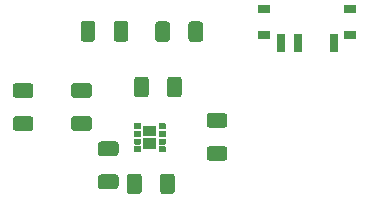
<source format=gbr>
%TF.GenerationSoftware,KiCad,Pcbnew,(5.1.6)-1*%
%TF.CreationDate,2021-03-22T01:22:11+02:00*%
%TF.ProjectId,Yu_9V_charger,59755f39-565f-4636-9861-726765722e6b,rev?*%
%TF.SameCoordinates,Original*%
%TF.FileFunction,Paste,Top*%
%TF.FilePolarity,Positive*%
%FSLAX46Y46*%
G04 Gerber Fmt 4.6, Leading zero omitted, Abs format (unit mm)*
G04 Created by KiCad (PCBNEW (5.1.6)-1) date 2021-03-22 01:22:11*
%MOMM*%
%LPD*%
G01*
G04 APERTURE LIST*
%ADD10C,0.100000*%
%ADD11C,0.010000*%
%ADD12R,1.000000X0.800000*%
%ADD13R,0.700000X1.500000*%
G04 APERTURE END LIST*
D10*
%TO.C,U1*%
G36*
X140720000Y-72460000D02*
G01*
X139680000Y-72460000D01*
X139680000Y-71610000D01*
X140720000Y-71610000D01*
X140720000Y-72460000D01*
G37*
G36*
X140720000Y-71410000D02*
G01*
X139680000Y-71410000D01*
X139680000Y-70560000D01*
X140720000Y-70560000D01*
X140720000Y-71410000D01*
G37*
D11*
G36*
X141050000Y-72285000D02*
G01*
X141450000Y-72285000D01*
X141452620Y-72285069D01*
X141455230Y-72285274D01*
X141457820Y-72285616D01*
X141460400Y-72286093D01*
X141462940Y-72286704D01*
X141465450Y-72287447D01*
X141467920Y-72288321D01*
X141470340Y-72289323D01*
X141472700Y-72290450D01*
X141475000Y-72291699D01*
X141477230Y-72293066D01*
X141479390Y-72294549D01*
X141481470Y-72296143D01*
X141483460Y-72297843D01*
X141485360Y-72299645D01*
X141487160Y-72301543D01*
X141488860Y-72303534D01*
X141490450Y-72305611D01*
X141491930Y-72307768D01*
X141493300Y-72310000D01*
X141494550Y-72312300D01*
X141495680Y-72314663D01*
X141496680Y-72317082D01*
X141497550Y-72319549D01*
X141498300Y-72322059D01*
X141498910Y-72324604D01*
X141499380Y-72327178D01*
X141499730Y-72329774D01*
X141499930Y-72332383D01*
X141500000Y-72335000D01*
X141500000Y-72635000D01*
X141499930Y-72637620D01*
X141499730Y-72640230D01*
X141499380Y-72642820D01*
X141498910Y-72645400D01*
X141498300Y-72647940D01*
X141497550Y-72650450D01*
X141496680Y-72652920D01*
X141495680Y-72655340D01*
X141494550Y-72657700D01*
X141493300Y-72660000D01*
X141491930Y-72662230D01*
X141490450Y-72664390D01*
X141488860Y-72666470D01*
X141487160Y-72668460D01*
X141485360Y-72670360D01*
X141483460Y-72672160D01*
X141481470Y-72673860D01*
X141479390Y-72675450D01*
X141477230Y-72676930D01*
X141475000Y-72678300D01*
X141472700Y-72679550D01*
X141470340Y-72680680D01*
X141467920Y-72681680D01*
X141465450Y-72682550D01*
X141462940Y-72683300D01*
X141460400Y-72683910D01*
X141457820Y-72684380D01*
X141455230Y-72684730D01*
X141452620Y-72684930D01*
X141450000Y-72685000D01*
X141050000Y-72685000D01*
X141047383Y-72684930D01*
X141044774Y-72684730D01*
X141042178Y-72684380D01*
X141039604Y-72683910D01*
X141037059Y-72683300D01*
X141034549Y-72682550D01*
X141032082Y-72681680D01*
X141029663Y-72680680D01*
X141027300Y-72679550D01*
X141025000Y-72678300D01*
X141022768Y-72676930D01*
X141020611Y-72675450D01*
X141018534Y-72673860D01*
X141016543Y-72672160D01*
X141014645Y-72670360D01*
X141012843Y-72668460D01*
X141011143Y-72666470D01*
X141009549Y-72664390D01*
X141008066Y-72662230D01*
X141006699Y-72660000D01*
X141005450Y-72657700D01*
X141004323Y-72655340D01*
X141003321Y-72652920D01*
X141002447Y-72650450D01*
X141001704Y-72647940D01*
X141001093Y-72645400D01*
X141000616Y-72642820D01*
X141000274Y-72640230D01*
X141000069Y-72637620D01*
X141000000Y-72635000D01*
X141000000Y-72335000D01*
X141000069Y-72332383D01*
X141000274Y-72329774D01*
X141000616Y-72327178D01*
X141001093Y-72324604D01*
X141001704Y-72322059D01*
X141002447Y-72319549D01*
X141003321Y-72317082D01*
X141004323Y-72314663D01*
X141005450Y-72312300D01*
X141006699Y-72310000D01*
X141008066Y-72307768D01*
X141009549Y-72305611D01*
X141011143Y-72303534D01*
X141012843Y-72301543D01*
X141014645Y-72299645D01*
X141016543Y-72297843D01*
X141018534Y-72296143D01*
X141020611Y-72294549D01*
X141022768Y-72293066D01*
X141025000Y-72291699D01*
X141027300Y-72290450D01*
X141029663Y-72289323D01*
X141032082Y-72288321D01*
X141034549Y-72287447D01*
X141037059Y-72286704D01*
X141039604Y-72286093D01*
X141042178Y-72285616D01*
X141044774Y-72285274D01*
X141047383Y-72285069D01*
X141050000Y-72285000D01*
G37*
X141050000Y-72285000D02*
X141450000Y-72285000D01*
X141452620Y-72285069D01*
X141455230Y-72285274D01*
X141457820Y-72285616D01*
X141460400Y-72286093D01*
X141462940Y-72286704D01*
X141465450Y-72287447D01*
X141467920Y-72288321D01*
X141470340Y-72289323D01*
X141472700Y-72290450D01*
X141475000Y-72291699D01*
X141477230Y-72293066D01*
X141479390Y-72294549D01*
X141481470Y-72296143D01*
X141483460Y-72297843D01*
X141485360Y-72299645D01*
X141487160Y-72301543D01*
X141488860Y-72303534D01*
X141490450Y-72305611D01*
X141491930Y-72307768D01*
X141493300Y-72310000D01*
X141494550Y-72312300D01*
X141495680Y-72314663D01*
X141496680Y-72317082D01*
X141497550Y-72319549D01*
X141498300Y-72322059D01*
X141498910Y-72324604D01*
X141499380Y-72327178D01*
X141499730Y-72329774D01*
X141499930Y-72332383D01*
X141500000Y-72335000D01*
X141500000Y-72635000D01*
X141499930Y-72637620D01*
X141499730Y-72640230D01*
X141499380Y-72642820D01*
X141498910Y-72645400D01*
X141498300Y-72647940D01*
X141497550Y-72650450D01*
X141496680Y-72652920D01*
X141495680Y-72655340D01*
X141494550Y-72657700D01*
X141493300Y-72660000D01*
X141491930Y-72662230D01*
X141490450Y-72664390D01*
X141488860Y-72666470D01*
X141487160Y-72668460D01*
X141485360Y-72670360D01*
X141483460Y-72672160D01*
X141481470Y-72673860D01*
X141479390Y-72675450D01*
X141477230Y-72676930D01*
X141475000Y-72678300D01*
X141472700Y-72679550D01*
X141470340Y-72680680D01*
X141467920Y-72681680D01*
X141465450Y-72682550D01*
X141462940Y-72683300D01*
X141460400Y-72683910D01*
X141457820Y-72684380D01*
X141455230Y-72684730D01*
X141452620Y-72684930D01*
X141450000Y-72685000D01*
X141050000Y-72685000D01*
X141047383Y-72684930D01*
X141044774Y-72684730D01*
X141042178Y-72684380D01*
X141039604Y-72683910D01*
X141037059Y-72683300D01*
X141034549Y-72682550D01*
X141032082Y-72681680D01*
X141029663Y-72680680D01*
X141027300Y-72679550D01*
X141025000Y-72678300D01*
X141022768Y-72676930D01*
X141020611Y-72675450D01*
X141018534Y-72673860D01*
X141016543Y-72672160D01*
X141014645Y-72670360D01*
X141012843Y-72668460D01*
X141011143Y-72666470D01*
X141009549Y-72664390D01*
X141008066Y-72662230D01*
X141006699Y-72660000D01*
X141005450Y-72657700D01*
X141004323Y-72655340D01*
X141003321Y-72652920D01*
X141002447Y-72650450D01*
X141001704Y-72647940D01*
X141001093Y-72645400D01*
X141000616Y-72642820D01*
X141000274Y-72640230D01*
X141000069Y-72637620D01*
X141000000Y-72635000D01*
X141000000Y-72335000D01*
X141000069Y-72332383D01*
X141000274Y-72329774D01*
X141000616Y-72327178D01*
X141001093Y-72324604D01*
X141001704Y-72322059D01*
X141002447Y-72319549D01*
X141003321Y-72317082D01*
X141004323Y-72314663D01*
X141005450Y-72312300D01*
X141006699Y-72310000D01*
X141008066Y-72307768D01*
X141009549Y-72305611D01*
X141011143Y-72303534D01*
X141012843Y-72301543D01*
X141014645Y-72299645D01*
X141016543Y-72297843D01*
X141018534Y-72296143D01*
X141020611Y-72294549D01*
X141022768Y-72293066D01*
X141025000Y-72291699D01*
X141027300Y-72290450D01*
X141029663Y-72289323D01*
X141032082Y-72288321D01*
X141034549Y-72287447D01*
X141037059Y-72286704D01*
X141039604Y-72286093D01*
X141042178Y-72285616D01*
X141044774Y-72285274D01*
X141047383Y-72285069D01*
X141050000Y-72285000D01*
G36*
X141050000Y-71635000D02*
G01*
X141450000Y-71635000D01*
X141452620Y-71635069D01*
X141455230Y-71635274D01*
X141457820Y-71635616D01*
X141460400Y-71636093D01*
X141462940Y-71636704D01*
X141465450Y-71637447D01*
X141467920Y-71638321D01*
X141470340Y-71639323D01*
X141472700Y-71640450D01*
X141475000Y-71641699D01*
X141477230Y-71643066D01*
X141479390Y-71644549D01*
X141481470Y-71646143D01*
X141483460Y-71647843D01*
X141485360Y-71649645D01*
X141487160Y-71651543D01*
X141488860Y-71653534D01*
X141490450Y-71655611D01*
X141491930Y-71657768D01*
X141493300Y-71660000D01*
X141494550Y-71662300D01*
X141495680Y-71664663D01*
X141496680Y-71667082D01*
X141497550Y-71669549D01*
X141498300Y-71672059D01*
X141498910Y-71674604D01*
X141499380Y-71677178D01*
X141499730Y-71679774D01*
X141499930Y-71682383D01*
X141500000Y-71685000D01*
X141500000Y-71985000D01*
X141499930Y-71987617D01*
X141499730Y-71990226D01*
X141499380Y-71992822D01*
X141498910Y-71995396D01*
X141498300Y-71997941D01*
X141497550Y-72000451D01*
X141496680Y-72002918D01*
X141495680Y-72005337D01*
X141494550Y-72007700D01*
X141493300Y-72010000D01*
X141491930Y-72012232D01*
X141490450Y-72014389D01*
X141488860Y-72016466D01*
X141487160Y-72018457D01*
X141485360Y-72020355D01*
X141483460Y-72022157D01*
X141481470Y-72023857D01*
X141479390Y-72025451D01*
X141477230Y-72026934D01*
X141475000Y-72028301D01*
X141472700Y-72029550D01*
X141470340Y-72030677D01*
X141467920Y-72031679D01*
X141465450Y-72032553D01*
X141462940Y-72033296D01*
X141460400Y-72033907D01*
X141457820Y-72034384D01*
X141455230Y-72034726D01*
X141452620Y-72034931D01*
X141450000Y-72035000D01*
X141050000Y-72035000D01*
X141047383Y-72034931D01*
X141044774Y-72034726D01*
X141042178Y-72034384D01*
X141039604Y-72033907D01*
X141037059Y-72033296D01*
X141034549Y-72032553D01*
X141032082Y-72031679D01*
X141029663Y-72030677D01*
X141027300Y-72029550D01*
X141025000Y-72028301D01*
X141022768Y-72026934D01*
X141020611Y-72025451D01*
X141018534Y-72023857D01*
X141016543Y-72022157D01*
X141014645Y-72020355D01*
X141012843Y-72018457D01*
X141011143Y-72016466D01*
X141009549Y-72014389D01*
X141008066Y-72012232D01*
X141006699Y-72010000D01*
X141005450Y-72007700D01*
X141004323Y-72005337D01*
X141003321Y-72002918D01*
X141002447Y-72000451D01*
X141001704Y-71997941D01*
X141001093Y-71995396D01*
X141000616Y-71992822D01*
X141000274Y-71990226D01*
X141000069Y-71987617D01*
X141000000Y-71985000D01*
X141000000Y-71685000D01*
X141000069Y-71682383D01*
X141000274Y-71679774D01*
X141000616Y-71677178D01*
X141001093Y-71674604D01*
X141001704Y-71672059D01*
X141002447Y-71669549D01*
X141003321Y-71667082D01*
X141004323Y-71664663D01*
X141005450Y-71662300D01*
X141006699Y-71660000D01*
X141008066Y-71657768D01*
X141009549Y-71655611D01*
X141011143Y-71653534D01*
X141012843Y-71651543D01*
X141014645Y-71649645D01*
X141016543Y-71647843D01*
X141018534Y-71646143D01*
X141020611Y-71644549D01*
X141022768Y-71643066D01*
X141025000Y-71641699D01*
X141027300Y-71640450D01*
X141029663Y-71639323D01*
X141032082Y-71638321D01*
X141034549Y-71637447D01*
X141037059Y-71636704D01*
X141039604Y-71636093D01*
X141042178Y-71635616D01*
X141044774Y-71635274D01*
X141047383Y-71635069D01*
X141050000Y-71635000D01*
G37*
X141050000Y-71635000D02*
X141450000Y-71635000D01*
X141452620Y-71635069D01*
X141455230Y-71635274D01*
X141457820Y-71635616D01*
X141460400Y-71636093D01*
X141462940Y-71636704D01*
X141465450Y-71637447D01*
X141467920Y-71638321D01*
X141470340Y-71639323D01*
X141472700Y-71640450D01*
X141475000Y-71641699D01*
X141477230Y-71643066D01*
X141479390Y-71644549D01*
X141481470Y-71646143D01*
X141483460Y-71647843D01*
X141485360Y-71649645D01*
X141487160Y-71651543D01*
X141488860Y-71653534D01*
X141490450Y-71655611D01*
X141491930Y-71657768D01*
X141493300Y-71660000D01*
X141494550Y-71662300D01*
X141495680Y-71664663D01*
X141496680Y-71667082D01*
X141497550Y-71669549D01*
X141498300Y-71672059D01*
X141498910Y-71674604D01*
X141499380Y-71677178D01*
X141499730Y-71679774D01*
X141499930Y-71682383D01*
X141500000Y-71685000D01*
X141500000Y-71985000D01*
X141499930Y-71987617D01*
X141499730Y-71990226D01*
X141499380Y-71992822D01*
X141498910Y-71995396D01*
X141498300Y-71997941D01*
X141497550Y-72000451D01*
X141496680Y-72002918D01*
X141495680Y-72005337D01*
X141494550Y-72007700D01*
X141493300Y-72010000D01*
X141491930Y-72012232D01*
X141490450Y-72014389D01*
X141488860Y-72016466D01*
X141487160Y-72018457D01*
X141485360Y-72020355D01*
X141483460Y-72022157D01*
X141481470Y-72023857D01*
X141479390Y-72025451D01*
X141477230Y-72026934D01*
X141475000Y-72028301D01*
X141472700Y-72029550D01*
X141470340Y-72030677D01*
X141467920Y-72031679D01*
X141465450Y-72032553D01*
X141462940Y-72033296D01*
X141460400Y-72033907D01*
X141457820Y-72034384D01*
X141455230Y-72034726D01*
X141452620Y-72034931D01*
X141450000Y-72035000D01*
X141050000Y-72035000D01*
X141047383Y-72034931D01*
X141044774Y-72034726D01*
X141042178Y-72034384D01*
X141039604Y-72033907D01*
X141037059Y-72033296D01*
X141034549Y-72032553D01*
X141032082Y-72031679D01*
X141029663Y-72030677D01*
X141027300Y-72029550D01*
X141025000Y-72028301D01*
X141022768Y-72026934D01*
X141020611Y-72025451D01*
X141018534Y-72023857D01*
X141016543Y-72022157D01*
X141014645Y-72020355D01*
X141012843Y-72018457D01*
X141011143Y-72016466D01*
X141009549Y-72014389D01*
X141008066Y-72012232D01*
X141006699Y-72010000D01*
X141005450Y-72007700D01*
X141004323Y-72005337D01*
X141003321Y-72002918D01*
X141002447Y-72000451D01*
X141001704Y-71997941D01*
X141001093Y-71995396D01*
X141000616Y-71992822D01*
X141000274Y-71990226D01*
X141000069Y-71987617D01*
X141000000Y-71985000D01*
X141000000Y-71685000D01*
X141000069Y-71682383D01*
X141000274Y-71679774D01*
X141000616Y-71677178D01*
X141001093Y-71674604D01*
X141001704Y-71672059D01*
X141002447Y-71669549D01*
X141003321Y-71667082D01*
X141004323Y-71664663D01*
X141005450Y-71662300D01*
X141006699Y-71660000D01*
X141008066Y-71657768D01*
X141009549Y-71655611D01*
X141011143Y-71653534D01*
X141012843Y-71651543D01*
X141014645Y-71649645D01*
X141016543Y-71647843D01*
X141018534Y-71646143D01*
X141020611Y-71644549D01*
X141022768Y-71643066D01*
X141025000Y-71641699D01*
X141027300Y-71640450D01*
X141029663Y-71639323D01*
X141032082Y-71638321D01*
X141034549Y-71637447D01*
X141037059Y-71636704D01*
X141039604Y-71636093D01*
X141042178Y-71635616D01*
X141044774Y-71635274D01*
X141047383Y-71635069D01*
X141050000Y-71635000D01*
G36*
X141050000Y-70985000D02*
G01*
X141450000Y-70985000D01*
X141452620Y-70985069D01*
X141455230Y-70985274D01*
X141457820Y-70985616D01*
X141460400Y-70986093D01*
X141462940Y-70986704D01*
X141465450Y-70987447D01*
X141467920Y-70988321D01*
X141470340Y-70989323D01*
X141472700Y-70990450D01*
X141475000Y-70991699D01*
X141477230Y-70993066D01*
X141479390Y-70994549D01*
X141481470Y-70996143D01*
X141483460Y-70997843D01*
X141485360Y-70999645D01*
X141487160Y-71001543D01*
X141488860Y-71003534D01*
X141490450Y-71005611D01*
X141491930Y-71007768D01*
X141493300Y-71010000D01*
X141494550Y-71012300D01*
X141495680Y-71014663D01*
X141496680Y-71017082D01*
X141497550Y-71019549D01*
X141498300Y-71022059D01*
X141498910Y-71024604D01*
X141499380Y-71027178D01*
X141499730Y-71029774D01*
X141499930Y-71032383D01*
X141500000Y-71035000D01*
X141500000Y-71335000D01*
X141499930Y-71337617D01*
X141499730Y-71340226D01*
X141499380Y-71342822D01*
X141498910Y-71345396D01*
X141498300Y-71347941D01*
X141497550Y-71350451D01*
X141496680Y-71352918D01*
X141495680Y-71355337D01*
X141494550Y-71357700D01*
X141493300Y-71360000D01*
X141491930Y-71362232D01*
X141490450Y-71364389D01*
X141488860Y-71366466D01*
X141487160Y-71368457D01*
X141485360Y-71370355D01*
X141483460Y-71372157D01*
X141481470Y-71373857D01*
X141479390Y-71375451D01*
X141477230Y-71376934D01*
X141475000Y-71378301D01*
X141472700Y-71379550D01*
X141470340Y-71380677D01*
X141467920Y-71381679D01*
X141465450Y-71382553D01*
X141462940Y-71383296D01*
X141460400Y-71383907D01*
X141457820Y-71384384D01*
X141455230Y-71384726D01*
X141452620Y-71384931D01*
X141450000Y-71385000D01*
X141050000Y-71385000D01*
X141047383Y-71384931D01*
X141044774Y-71384726D01*
X141042178Y-71384384D01*
X141039604Y-71383907D01*
X141037059Y-71383296D01*
X141034549Y-71382553D01*
X141032082Y-71381679D01*
X141029663Y-71380677D01*
X141027300Y-71379550D01*
X141025000Y-71378301D01*
X141022768Y-71376934D01*
X141020611Y-71375451D01*
X141018534Y-71373857D01*
X141016543Y-71372157D01*
X141014645Y-71370355D01*
X141012843Y-71368457D01*
X141011143Y-71366466D01*
X141009549Y-71364389D01*
X141008066Y-71362232D01*
X141006699Y-71360000D01*
X141005450Y-71357700D01*
X141004323Y-71355337D01*
X141003321Y-71352918D01*
X141002447Y-71350451D01*
X141001704Y-71347941D01*
X141001093Y-71345396D01*
X141000616Y-71342822D01*
X141000274Y-71340226D01*
X141000069Y-71337617D01*
X141000000Y-71335000D01*
X141000000Y-71035000D01*
X141000069Y-71032383D01*
X141000274Y-71029774D01*
X141000616Y-71027178D01*
X141001093Y-71024604D01*
X141001704Y-71022059D01*
X141002447Y-71019549D01*
X141003321Y-71017082D01*
X141004323Y-71014663D01*
X141005450Y-71012300D01*
X141006699Y-71010000D01*
X141008066Y-71007768D01*
X141009549Y-71005611D01*
X141011143Y-71003534D01*
X141012843Y-71001543D01*
X141014645Y-70999645D01*
X141016543Y-70997843D01*
X141018534Y-70996143D01*
X141020611Y-70994549D01*
X141022768Y-70993066D01*
X141025000Y-70991699D01*
X141027300Y-70990450D01*
X141029663Y-70989323D01*
X141032082Y-70988321D01*
X141034549Y-70987447D01*
X141037059Y-70986704D01*
X141039604Y-70986093D01*
X141042178Y-70985616D01*
X141044774Y-70985274D01*
X141047383Y-70985069D01*
X141050000Y-70985000D01*
G37*
X141050000Y-70985000D02*
X141450000Y-70985000D01*
X141452620Y-70985069D01*
X141455230Y-70985274D01*
X141457820Y-70985616D01*
X141460400Y-70986093D01*
X141462940Y-70986704D01*
X141465450Y-70987447D01*
X141467920Y-70988321D01*
X141470340Y-70989323D01*
X141472700Y-70990450D01*
X141475000Y-70991699D01*
X141477230Y-70993066D01*
X141479390Y-70994549D01*
X141481470Y-70996143D01*
X141483460Y-70997843D01*
X141485360Y-70999645D01*
X141487160Y-71001543D01*
X141488860Y-71003534D01*
X141490450Y-71005611D01*
X141491930Y-71007768D01*
X141493300Y-71010000D01*
X141494550Y-71012300D01*
X141495680Y-71014663D01*
X141496680Y-71017082D01*
X141497550Y-71019549D01*
X141498300Y-71022059D01*
X141498910Y-71024604D01*
X141499380Y-71027178D01*
X141499730Y-71029774D01*
X141499930Y-71032383D01*
X141500000Y-71035000D01*
X141500000Y-71335000D01*
X141499930Y-71337617D01*
X141499730Y-71340226D01*
X141499380Y-71342822D01*
X141498910Y-71345396D01*
X141498300Y-71347941D01*
X141497550Y-71350451D01*
X141496680Y-71352918D01*
X141495680Y-71355337D01*
X141494550Y-71357700D01*
X141493300Y-71360000D01*
X141491930Y-71362232D01*
X141490450Y-71364389D01*
X141488860Y-71366466D01*
X141487160Y-71368457D01*
X141485360Y-71370355D01*
X141483460Y-71372157D01*
X141481470Y-71373857D01*
X141479390Y-71375451D01*
X141477230Y-71376934D01*
X141475000Y-71378301D01*
X141472700Y-71379550D01*
X141470340Y-71380677D01*
X141467920Y-71381679D01*
X141465450Y-71382553D01*
X141462940Y-71383296D01*
X141460400Y-71383907D01*
X141457820Y-71384384D01*
X141455230Y-71384726D01*
X141452620Y-71384931D01*
X141450000Y-71385000D01*
X141050000Y-71385000D01*
X141047383Y-71384931D01*
X141044774Y-71384726D01*
X141042178Y-71384384D01*
X141039604Y-71383907D01*
X141037059Y-71383296D01*
X141034549Y-71382553D01*
X141032082Y-71381679D01*
X141029663Y-71380677D01*
X141027300Y-71379550D01*
X141025000Y-71378301D01*
X141022768Y-71376934D01*
X141020611Y-71375451D01*
X141018534Y-71373857D01*
X141016543Y-71372157D01*
X141014645Y-71370355D01*
X141012843Y-71368457D01*
X141011143Y-71366466D01*
X141009549Y-71364389D01*
X141008066Y-71362232D01*
X141006699Y-71360000D01*
X141005450Y-71357700D01*
X141004323Y-71355337D01*
X141003321Y-71352918D01*
X141002447Y-71350451D01*
X141001704Y-71347941D01*
X141001093Y-71345396D01*
X141000616Y-71342822D01*
X141000274Y-71340226D01*
X141000069Y-71337617D01*
X141000000Y-71335000D01*
X141000000Y-71035000D01*
X141000069Y-71032383D01*
X141000274Y-71029774D01*
X141000616Y-71027178D01*
X141001093Y-71024604D01*
X141001704Y-71022059D01*
X141002447Y-71019549D01*
X141003321Y-71017082D01*
X141004323Y-71014663D01*
X141005450Y-71012300D01*
X141006699Y-71010000D01*
X141008066Y-71007768D01*
X141009549Y-71005611D01*
X141011143Y-71003534D01*
X141012843Y-71001543D01*
X141014645Y-70999645D01*
X141016543Y-70997843D01*
X141018534Y-70996143D01*
X141020611Y-70994549D01*
X141022768Y-70993066D01*
X141025000Y-70991699D01*
X141027300Y-70990450D01*
X141029663Y-70989323D01*
X141032082Y-70988321D01*
X141034549Y-70987447D01*
X141037059Y-70986704D01*
X141039604Y-70986093D01*
X141042178Y-70985616D01*
X141044774Y-70985274D01*
X141047383Y-70985069D01*
X141050000Y-70985000D01*
G36*
X141050000Y-70335000D02*
G01*
X141450000Y-70335000D01*
X141452620Y-70335070D01*
X141455230Y-70335270D01*
X141457820Y-70335620D01*
X141460400Y-70336090D01*
X141462940Y-70336700D01*
X141465450Y-70337450D01*
X141467920Y-70338320D01*
X141470340Y-70339320D01*
X141472700Y-70340450D01*
X141475000Y-70341700D01*
X141477230Y-70343070D01*
X141479390Y-70344550D01*
X141481470Y-70346140D01*
X141483460Y-70347840D01*
X141485360Y-70349640D01*
X141487160Y-70351540D01*
X141488860Y-70353530D01*
X141490450Y-70355610D01*
X141491930Y-70357770D01*
X141493300Y-70360000D01*
X141494550Y-70362300D01*
X141495680Y-70364660D01*
X141496680Y-70367080D01*
X141497550Y-70369550D01*
X141498300Y-70372060D01*
X141498910Y-70374600D01*
X141499380Y-70377180D01*
X141499730Y-70379770D01*
X141499930Y-70382380D01*
X141500000Y-70385000D01*
X141500000Y-70685000D01*
X141499930Y-70687617D01*
X141499730Y-70690226D01*
X141499380Y-70692822D01*
X141498910Y-70695396D01*
X141498300Y-70697941D01*
X141497550Y-70700451D01*
X141496680Y-70702918D01*
X141495680Y-70705337D01*
X141494550Y-70707700D01*
X141493300Y-70710000D01*
X141491930Y-70712232D01*
X141490450Y-70714389D01*
X141488860Y-70716466D01*
X141487160Y-70718457D01*
X141485360Y-70720355D01*
X141483460Y-70722157D01*
X141481470Y-70723857D01*
X141479390Y-70725451D01*
X141477230Y-70726934D01*
X141475000Y-70728301D01*
X141472700Y-70729550D01*
X141470340Y-70730677D01*
X141467920Y-70731679D01*
X141465450Y-70732553D01*
X141462940Y-70733296D01*
X141460400Y-70733907D01*
X141457820Y-70734384D01*
X141455230Y-70734726D01*
X141452620Y-70734931D01*
X141450000Y-70735000D01*
X141050000Y-70735000D01*
X141047383Y-70734931D01*
X141044774Y-70734726D01*
X141042178Y-70734384D01*
X141039604Y-70733907D01*
X141037059Y-70733296D01*
X141034549Y-70732553D01*
X141032082Y-70731679D01*
X141029663Y-70730677D01*
X141027300Y-70729550D01*
X141025000Y-70728301D01*
X141022768Y-70726934D01*
X141020611Y-70725451D01*
X141018534Y-70723857D01*
X141016543Y-70722157D01*
X141014645Y-70720355D01*
X141012843Y-70718457D01*
X141011143Y-70716466D01*
X141009549Y-70714389D01*
X141008066Y-70712232D01*
X141006699Y-70710000D01*
X141005450Y-70707700D01*
X141004323Y-70705337D01*
X141003321Y-70702918D01*
X141002447Y-70700451D01*
X141001704Y-70697941D01*
X141001093Y-70695396D01*
X141000616Y-70692822D01*
X141000274Y-70690226D01*
X141000069Y-70687617D01*
X141000000Y-70685000D01*
X141000000Y-70385000D01*
X141000069Y-70382380D01*
X141000274Y-70379770D01*
X141000616Y-70377180D01*
X141001093Y-70374600D01*
X141001704Y-70372060D01*
X141002447Y-70369550D01*
X141003321Y-70367080D01*
X141004323Y-70364660D01*
X141005450Y-70362300D01*
X141006699Y-70360000D01*
X141008066Y-70357770D01*
X141009549Y-70355610D01*
X141011143Y-70353530D01*
X141012843Y-70351540D01*
X141014645Y-70349640D01*
X141016543Y-70347840D01*
X141018534Y-70346140D01*
X141020611Y-70344550D01*
X141022768Y-70343070D01*
X141025000Y-70341700D01*
X141027300Y-70340450D01*
X141029663Y-70339320D01*
X141032082Y-70338320D01*
X141034549Y-70337450D01*
X141037059Y-70336700D01*
X141039604Y-70336090D01*
X141042178Y-70335620D01*
X141044774Y-70335270D01*
X141047383Y-70335070D01*
X141050000Y-70335000D01*
G37*
X141050000Y-70335000D02*
X141450000Y-70335000D01*
X141452620Y-70335070D01*
X141455230Y-70335270D01*
X141457820Y-70335620D01*
X141460400Y-70336090D01*
X141462940Y-70336700D01*
X141465450Y-70337450D01*
X141467920Y-70338320D01*
X141470340Y-70339320D01*
X141472700Y-70340450D01*
X141475000Y-70341700D01*
X141477230Y-70343070D01*
X141479390Y-70344550D01*
X141481470Y-70346140D01*
X141483460Y-70347840D01*
X141485360Y-70349640D01*
X141487160Y-70351540D01*
X141488860Y-70353530D01*
X141490450Y-70355610D01*
X141491930Y-70357770D01*
X141493300Y-70360000D01*
X141494550Y-70362300D01*
X141495680Y-70364660D01*
X141496680Y-70367080D01*
X141497550Y-70369550D01*
X141498300Y-70372060D01*
X141498910Y-70374600D01*
X141499380Y-70377180D01*
X141499730Y-70379770D01*
X141499930Y-70382380D01*
X141500000Y-70385000D01*
X141500000Y-70685000D01*
X141499930Y-70687617D01*
X141499730Y-70690226D01*
X141499380Y-70692822D01*
X141498910Y-70695396D01*
X141498300Y-70697941D01*
X141497550Y-70700451D01*
X141496680Y-70702918D01*
X141495680Y-70705337D01*
X141494550Y-70707700D01*
X141493300Y-70710000D01*
X141491930Y-70712232D01*
X141490450Y-70714389D01*
X141488860Y-70716466D01*
X141487160Y-70718457D01*
X141485360Y-70720355D01*
X141483460Y-70722157D01*
X141481470Y-70723857D01*
X141479390Y-70725451D01*
X141477230Y-70726934D01*
X141475000Y-70728301D01*
X141472700Y-70729550D01*
X141470340Y-70730677D01*
X141467920Y-70731679D01*
X141465450Y-70732553D01*
X141462940Y-70733296D01*
X141460400Y-70733907D01*
X141457820Y-70734384D01*
X141455230Y-70734726D01*
X141452620Y-70734931D01*
X141450000Y-70735000D01*
X141050000Y-70735000D01*
X141047383Y-70734931D01*
X141044774Y-70734726D01*
X141042178Y-70734384D01*
X141039604Y-70733907D01*
X141037059Y-70733296D01*
X141034549Y-70732553D01*
X141032082Y-70731679D01*
X141029663Y-70730677D01*
X141027300Y-70729550D01*
X141025000Y-70728301D01*
X141022768Y-70726934D01*
X141020611Y-70725451D01*
X141018534Y-70723857D01*
X141016543Y-70722157D01*
X141014645Y-70720355D01*
X141012843Y-70718457D01*
X141011143Y-70716466D01*
X141009549Y-70714389D01*
X141008066Y-70712232D01*
X141006699Y-70710000D01*
X141005450Y-70707700D01*
X141004323Y-70705337D01*
X141003321Y-70702918D01*
X141002447Y-70700451D01*
X141001704Y-70697941D01*
X141001093Y-70695396D01*
X141000616Y-70692822D01*
X141000274Y-70690226D01*
X141000069Y-70687617D01*
X141000000Y-70685000D01*
X141000000Y-70385000D01*
X141000069Y-70382380D01*
X141000274Y-70379770D01*
X141000616Y-70377180D01*
X141001093Y-70374600D01*
X141001704Y-70372060D01*
X141002447Y-70369550D01*
X141003321Y-70367080D01*
X141004323Y-70364660D01*
X141005450Y-70362300D01*
X141006699Y-70360000D01*
X141008066Y-70357770D01*
X141009549Y-70355610D01*
X141011143Y-70353530D01*
X141012843Y-70351540D01*
X141014645Y-70349640D01*
X141016543Y-70347840D01*
X141018534Y-70346140D01*
X141020611Y-70344550D01*
X141022768Y-70343070D01*
X141025000Y-70341700D01*
X141027300Y-70340450D01*
X141029663Y-70339320D01*
X141032082Y-70338320D01*
X141034549Y-70337450D01*
X141037059Y-70336700D01*
X141039604Y-70336090D01*
X141042178Y-70335620D01*
X141044774Y-70335270D01*
X141047383Y-70335070D01*
X141050000Y-70335000D01*
G36*
X138950000Y-72285000D02*
G01*
X139350000Y-72285000D01*
X139352617Y-72285069D01*
X139355226Y-72285274D01*
X139357822Y-72285616D01*
X139360396Y-72286093D01*
X139362941Y-72286704D01*
X139365451Y-72287447D01*
X139367918Y-72288321D01*
X139370337Y-72289323D01*
X139372700Y-72290450D01*
X139375000Y-72291699D01*
X139377232Y-72293066D01*
X139379389Y-72294549D01*
X139381466Y-72296143D01*
X139383457Y-72297843D01*
X139385355Y-72299645D01*
X139387157Y-72301543D01*
X139388857Y-72303534D01*
X139390451Y-72305611D01*
X139391934Y-72307768D01*
X139393301Y-72310000D01*
X139394550Y-72312300D01*
X139395677Y-72314663D01*
X139396679Y-72317082D01*
X139397553Y-72319549D01*
X139398296Y-72322059D01*
X139398907Y-72324604D01*
X139399384Y-72327178D01*
X139399726Y-72329774D01*
X139399931Y-72332383D01*
X139400000Y-72335000D01*
X139400000Y-72635000D01*
X139399931Y-72637620D01*
X139399726Y-72640230D01*
X139399384Y-72642820D01*
X139398907Y-72645400D01*
X139398296Y-72647940D01*
X139397553Y-72650450D01*
X139396679Y-72652920D01*
X139395677Y-72655340D01*
X139394550Y-72657700D01*
X139393301Y-72660000D01*
X139391934Y-72662230D01*
X139390451Y-72664390D01*
X139388857Y-72666470D01*
X139387157Y-72668460D01*
X139385355Y-72670360D01*
X139383457Y-72672160D01*
X139381466Y-72673860D01*
X139379389Y-72675450D01*
X139377232Y-72676930D01*
X139375000Y-72678300D01*
X139372700Y-72679550D01*
X139370337Y-72680680D01*
X139367918Y-72681680D01*
X139365451Y-72682550D01*
X139362941Y-72683300D01*
X139360396Y-72683910D01*
X139357822Y-72684380D01*
X139355226Y-72684730D01*
X139352617Y-72684930D01*
X139350000Y-72685000D01*
X138950000Y-72685000D01*
X138947380Y-72684930D01*
X138944770Y-72684730D01*
X138942180Y-72684380D01*
X138939600Y-72683910D01*
X138937060Y-72683300D01*
X138934550Y-72682550D01*
X138932080Y-72681680D01*
X138929660Y-72680680D01*
X138927300Y-72679550D01*
X138925000Y-72678300D01*
X138922770Y-72676930D01*
X138920610Y-72675450D01*
X138918530Y-72673860D01*
X138916540Y-72672160D01*
X138914640Y-72670360D01*
X138912840Y-72668460D01*
X138911140Y-72666470D01*
X138909550Y-72664390D01*
X138908070Y-72662230D01*
X138906700Y-72660000D01*
X138905450Y-72657700D01*
X138904320Y-72655340D01*
X138903320Y-72652920D01*
X138902450Y-72650450D01*
X138901700Y-72647940D01*
X138901090Y-72645400D01*
X138900620Y-72642820D01*
X138900270Y-72640230D01*
X138900070Y-72637620D01*
X138900000Y-72635000D01*
X138900000Y-72335000D01*
X138900070Y-72332383D01*
X138900270Y-72329774D01*
X138900620Y-72327178D01*
X138901090Y-72324604D01*
X138901700Y-72322059D01*
X138902450Y-72319549D01*
X138903320Y-72317082D01*
X138904320Y-72314663D01*
X138905450Y-72312300D01*
X138906700Y-72310000D01*
X138908070Y-72307768D01*
X138909550Y-72305611D01*
X138911140Y-72303534D01*
X138912840Y-72301543D01*
X138914640Y-72299645D01*
X138916540Y-72297843D01*
X138918530Y-72296143D01*
X138920610Y-72294549D01*
X138922770Y-72293066D01*
X138925000Y-72291699D01*
X138927300Y-72290450D01*
X138929660Y-72289323D01*
X138932080Y-72288321D01*
X138934550Y-72287447D01*
X138937060Y-72286704D01*
X138939600Y-72286093D01*
X138942180Y-72285616D01*
X138944770Y-72285274D01*
X138947380Y-72285069D01*
X138950000Y-72285000D01*
G37*
X138950000Y-72285000D02*
X139350000Y-72285000D01*
X139352617Y-72285069D01*
X139355226Y-72285274D01*
X139357822Y-72285616D01*
X139360396Y-72286093D01*
X139362941Y-72286704D01*
X139365451Y-72287447D01*
X139367918Y-72288321D01*
X139370337Y-72289323D01*
X139372700Y-72290450D01*
X139375000Y-72291699D01*
X139377232Y-72293066D01*
X139379389Y-72294549D01*
X139381466Y-72296143D01*
X139383457Y-72297843D01*
X139385355Y-72299645D01*
X139387157Y-72301543D01*
X139388857Y-72303534D01*
X139390451Y-72305611D01*
X139391934Y-72307768D01*
X139393301Y-72310000D01*
X139394550Y-72312300D01*
X139395677Y-72314663D01*
X139396679Y-72317082D01*
X139397553Y-72319549D01*
X139398296Y-72322059D01*
X139398907Y-72324604D01*
X139399384Y-72327178D01*
X139399726Y-72329774D01*
X139399931Y-72332383D01*
X139400000Y-72335000D01*
X139400000Y-72635000D01*
X139399931Y-72637620D01*
X139399726Y-72640230D01*
X139399384Y-72642820D01*
X139398907Y-72645400D01*
X139398296Y-72647940D01*
X139397553Y-72650450D01*
X139396679Y-72652920D01*
X139395677Y-72655340D01*
X139394550Y-72657700D01*
X139393301Y-72660000D01*
X139391934Y-72662230D01*
X139390451Y-72664390D01*
X139388857Y-72666470D01*
X139387157Y-72668460D01*
X139385355Y-72670360D01*
X139383457Y-72672160D01*
X139381466Y-72673860D01*
X139379389Y-72675450D01*
X139377232Y-72676930D01*
X139375000Y-72678300D01*
X139372700Y-72679550D01*
X139370337Y-72680680D01*
X139367918Y-72681680D01*
X139365451Y-72682550D01*
X139362941Y-72683300D01*
X139360396Y-72683910D01*
X139357822Y-72684380D01*
X139355226Y-72684730D01*
X139352617Y-72684930D01*
X139350000Y-72685000D01*
X138950000Y-72685000D01*
X138947380Y-72684930D01*
X138944770Y-72684730D01*
X138942180Y-72684380D01*
X138939600Y-72683910D01*
X138937060Y-72683300D01*
X138934550Y-72682550D01*
X138932080Y-72681680D01*
X138929660Y-72680680D01*
X138927300Y-72679550D01*
X138925000Y-72678300D01*
X138922770Y-72676930D01*
X138920610Y-72675450D01*
X138918530Y-72673860D01*
X138916540Y-72672160D01*
X138914640Y-72670360D01*
X138912840Y-72668460D01*
X138911140Y-72666470D01*
X138909550Y-72664390D01*
X138908070Y-72662230D01*
X138906700Y-72660000D01*
X138905450Y-72657700D01*
X138904320Y-72655340D01*
X138903320Y-72652920D01*
X138902450Y-72650450D01*
X138901700Y-72647940D01*
X138901090Y-72645400D01*
X138900620Y-72642820D01*
X138900270Y-72640230D01*
X138900070Y-72637620D01*
X138900000Y-72635000D01*
X138900000Y-72335000D01*
X138900070Y-72332383D01*
X138900270Y-72329774D01*
X138900620Y-72327178D01*
X138901090Y-72324604D01*
X138901700Y-72322059D01*
X138902450Y-72319549D01*
X138903320Y-72317082D01*
X138904320Y-72314663D01*
X138905450Y-72312300D01*
X138906700Y-72310000D01*
X138908070Y-72307768D01*
X138909550Y-72305611D01*
X138911140Y-72303534D01*
X138912840Y-72301543D01*
X138914640Y-72299645D01*
X138916540Y-72297843D01*
X138918530Y-72296143D01*
X138920610Y-72294549D01*
X138922770Y-72293066D01*
X138925000Y-72291699D01*
X138927300Y-72290450D01*
X138929660Y-72289323D01*
X138932080Y-72288321D01*
X138934550Y-72287447D01*
X138937060Y-72286704D01*
X138939600Y-72286093D01*
X138942180Y-72285616D01*
X138944770Y-72285274D01*
X138947380Y-72285069D01*
X138950000Y-72285000D01*
G36*
X138950000Y-71635000D02*
G01*
X139350000Y-71635000D01*
X139352617Y-71635069D01*
X139355226Y-71635274D01*
X139357822Y-71635616D01*
X139360396Y-71636093D01*
X139362941Y-71636704D01*
X139365451Y-71637447D01*
X139367918Y-71638321D01*
X139370337Y-71639323D01*
X139372700Y-71640450D01*
X139375000Y-71641699D01*
X139377232Y-71643066D01*
X139379389Y-71644549D01*
X139381466Y-71646143D01*
X139383457Y-71647843D01*
X139385355Y-71649645D01*
X139387157Y-71651543D01*
X139388857Y-71653534D01*
X139390451Y-71655611D01*
X139391934Y-71657768D01*
X139393301Y-71660000D01*
X139394550Y-71662300D01*
X139395677Y-71664663D01*
X139396679Y-71667082D01*
X139397553Y-71669549D01*
X139398296Y-71672059D01*
X139398907Y-71674604D01*
X139399384Y-71677178D01*
X139399726Y-71679774D01*
X139399931Y-71682383D01*
X139400000Y-71685000D01*
X139400000Y-71985000D01*
X139399931Y-71987617D01*
X139399726Y-71990226D01*
X139399384Y-71992822D01*
X139398907Y-71995396D01*
X139398296Y-71997941D01*
X139397553Y-72000451D01*
X139396679Y-72002918D01*
X139395677Y-72005337D01*
X139394550Y-72007700D01*
X139393301Y-72010000D01*
X139391934Y-72012232D01*
X139390451Y-72014389D01*
X139388857Y-72016466D01*
X139387157Y-72018457D01*
X139385355Y-72020355D01*
X139383457Y-72022157D01*
X139381466Y-72023857D01*
X139379389Y-72025451D01*
X139377232Y-72026934D01*
X139375000Y-72028301D01*
X139372700Y-72029550D01*
X139370337Y-72030677D01*
X139367918Y-72031679D01*
X139365451Y-72032553D01*
X139362941Y-72033296D01*
X139360396Y-72033907D01*
X139357822Y-72034384D01*
X139355226Y-72034726D01*
X139352617Y-72034931D01*
X139350000Y-72035000D01*
X138950000Y-72035000D01*
X138947380Y-72034931D01*
X138944770Y-72034726D01*
X138942180Y-72034384D01*
X138939600Y-72033907D01*
X138937060Y-72033296D01*
X138934550Y-72032553D01*
X138932080Y-72031679D01*
X138929660Y-72030677D01*
X138927300Y-72029550D01*
X138925000Y-72028301D01*
X138922770Y-72026934D01*
X138920610Y-72025451D01*
X138918530Y-72023857D01*
X138916540Y-72022157D01*
X138914640Y-72020355D01*
X138912840Y-72018457D01*
X138911140Y-72016466D01*
X138909550Y-72014389D01*
X138908070Y-72012232D01*
X138906700Y-72010000D01*
X138905450Y-72007700D01*
X138904320Y-72005337D01*
X138903320Y-72002918D01*
X138902450Y-72000451D01*
X138901700Y-71997941D01*
X138901090Y-71995396D01*
X138900620Y-71992822D01*
X138900270Y-71990226D01*
X138900070Y-71987617D01*
X138900000Y-71985000D01*
X138900000Y-71685000D01*
X138900070Y-71682383D01*
X138900270Y-71679774D01*
X138900620Y-71677178D01*
X138901090Y-71674604D01*
X138901700Y-71672059D01*
X138902450Y-71669549D01*
X138903320Y-71667082D01*
X138904320Y-71664663D01*
X138905450Y-71662300D01*
X138906700Y-71660000D01*
X138908070Y-71657768D01*
X138909550Y-71655611D01*
X138911140Y-71653534D01*
X138912840Y-71651543D01*
X138914640Y-71649645D01*
X138916540Y-71647843D01*
X138918530Y-71646143D01*
X138920610Y-71644549D01*
X138922770Y-71643066D01*
X138925000Y-71641699D01*
X138927300Y-71640450D01*
X138929660Y-71639323D01*
X138932080Y-71638321D01*
X138934550Y-71637447D01*
X138937060Y-71636704D01*
X138939600Y-71636093D01*
X138942180Y-71635616D01*
X138944770Y-71635274D01*
X138947380Y-71635069D01*
X138950000Y-71635000D01*
G37*
X138950000Y-71635000D02*
X139350000Y-71635000D01*
X139352617Y-71635069D01*
X139355226Y-71635274D01*
X139357822Y-71635616D01*
X139360396Y-71636093D01*
X139362941Y-71636704D01*
X139365451Y-71637447D01*
X139367918Y-71638321D01*
X139370337Y-71639323D01*
X139372700Y-71640450D01*
X139375000Y-71641699D01*
X139377232Y-71643066D01*
X139379389Y-71644549D01*
X139381466Y-71646143D01*
X139383457Y-71647843D01*
X139385355Y-71649645D01*
X139387157Y-71651543D01*
X139388857Y-71653534D01*
X139390451Y-71655611D01*
X139391934Y-71657768D01*
X139393301Y-71660000D01*
X139394550Y-71662300D01*
X139395677Y-71664663D01*
X139396679Y-71667082D01*
X139397553Y-71669549D01*
X139398296Y-71672059D01*
X139398907Y-71674604D01*
X139399384Y-71677178D01*
X139399726Y-71679774D01*
X139399931Y-71682383D01*
X139400000Y-71685000D01*
X139400000Y-71985000D01*
X139399931Y-71987617D01*
X139399726Y-71990226D01*
X139399384Y-71992822D01*
X139398907Y-71995396D01*
X139398296Y-71997941D01*
X139397553Y-72000451D01*
X139396679Y-72002918D01*
X139395677Y-72005337D01*
X139394550Y-72007700D01*
X139393301Y-72010000D01*
X139391934Y-72012232D01*
X139390451Y-72014389D01*
X139388857Y-72016466D01*
X139387157Y-72018457D01*
X139385355Y-72020355D01*
X139383457Y-72022157D01*
X139381466Y-72023857D01*
X139379389Y-72025451D01*
X139377232Y-72026934D01*
X139375000Y-72028301D01*
X139372700Y-72029550D01*
X139370337Y-72030677D01*
X139367918Y-72031679D01*
X139365451Y-72032553D01*
X139362941Y-72033296D01*
X139360396Y-72033907D01*
X139357822Y-72034384D01*
X139355226Y-72034726D01*
X139352617Y-72034931D01*
X139350000Y-72035000D01*
X138950000Y-72035000D01*
X138947380Y-72034931D01*
X138944770Y-72034726D01*
X138942180Y-72034384D01*
X138939600Y-72033907D01*
X138937060Y-72033296D01*
X138934550Y-72032553D01*
X138932080Y-72031679D01*
X138929660Y-72030677D01*
X138927300Y-72029550D01*
X138925000Y-72028301D01*
X138922770Y-72026934D01*
X138920610Y-72025451D01*
X138918530Y-72023857D01*
X138916540Y-72022157D01*
X138914640Y-72020355D01*
X138912840Y-72018457D01*
X138911140Y-72016466D01*
X138909550Y-72014389D01*
X138908070Y-72012232D01*
X138906700Y-72010000D01*
X138905450Y-72007700D01*
X138904320Y-72005337D01*
X138903320Y-72002918D01*
X138902450Y-72000451D01*
X138901700Y-71997941D01*
X138901090Y-71995396D01*
X138900620Y-71992822D01*
X138900270Y-71990226D01*
X138900070Y-71987617D01*
X138900000Y-71985000D01*
X138900000Y-71685000D01*
X138900070Y-71682383D01*
X138900270Y-71679774D01*
X138900620Y-71677178D01*
X138901090Y-71674604D01*
X138901700Y-71672059D01*
X138902450Y-71669549D01*
X138903320Y-71667082D01*
X138904320Y-71664663D01*
X138905450Y-71662300D01*
X138906700Y-71660000D01*
X138908070Y-71657768D01*
X138909550Y-71655611D01*
X138911140Y-71653534D01*
X138912840Y-71651543D01*
X138914640Y-71649645D01*
X138916540Y-71647843D01*
X138918530Y-71646143D01*
X138920610Y-71644549D01*
X138922770Y-71643066D01*
X138925000Y-71641699D01*
X138927300Y-71640450D01*
X138929660Y-71639323D01*
X138932080Y-71638321D01*
X138934550Y-71637447D01*
X138937060Y-71636704D01*
X138939600Y-71636093D01*
X138942180Y-71635616D01*
X138944770Y-71635274D01*
X138947380Y-71635069D01*
X138950000Y-71635000D01*
G36*
X138950000Y-70985000D02*
G01*
X139350000Y-70985000D01*
X139352617Y-70985069D01*
X139355226Y-70985274D01*
X139357822Y-70985616D01*
X139360396Y-70986093D01*
X139362941Y-70986704D01*
X139365451Y-70987447D01*
X139367918Y-70988321D01*
X139370337Y-70989323D01*
X139372700Y-70990450D01*
X139375000Y-70991699D01*
X139377232Y-70993066D01*
X139379389Y-70994549D01*
X139381466Y-70996143D01*
X139383457Y-70997843D01*
X139385355Y-70999645D01*
X139387157Y-71001543D01*
X139388857Y-71003534D01*
X139390451Y-71005611D01*
X139391934Y-71007768D01*
X139393301Y-71010000D01*
X139394550Y-71012300D01*
X139395677Y-71014663D01*
X139396679Y-71017082D01*
X139397553Y-71019549D01*
X139398296Y-71022059D01*
X139398907Y-71024604D01*
X139399384Y-71027178D01*
X139399726Y-71029774D01*
X139399931Y-71032383D01*
X139400000Y-71035000D01*
X139400000Y-71335000D01*
X139399931Y-71337617D01*
X139399726Y-71340226D01*
X139399384Y-71342822D01*
X139398907Y-71345396D01*
X139398296Y-71347941D01*
X139397553Y-71350451D01*
X139396679Y-71352918D01*
X139395677Y-71355337D01*
X139394550Y-71357700D01*
X139393301Y-71360000D01*
X139391934Y-71362232D01*
X139390451Y-71364389D01*
X139388857Y-71366466D01*
X139387157Y-71368457D01*
X139385355Y-71370355D01*
X139383457Y-71372157D01*
X139381466Y-71373857D01*
X139379389Y-71375451D01*
X139377232Y-71376934D01*
X139375000Y-71378301D01*
X139372700Y-71379550D01*
X139370337Y-71380677D01*
X139367918Y-71381679D01*
X139365451Y-71382553D01*
X139362941Y-71383296D01*
X139360396Y-71383907D01*
X139357822Y-71384384D01*
X139355226Y-71384726D01*
X139352617Y-71384931D01*
X139350000Y-71385000D01*
X138950000Y-71385000D01*
X138947380Y-71384931D01*
X138944770Y-71384726D01*
X138942180Y-71384384D01*
X138939600Y-71383907D01*
X138937060Y-71383296D01*
X138934550Y-71382553D01*
X138932080Y-71381679D01*
X138929660Y-71380677D01*
X138927300Y-71379550D01*
X138925000Y-71378301D01*
X138922770Y-71376934D01*
X138920610Y-71375451D01*
X138918530Y-71373857D01*
X138916540Y-71372157D01*
X138914640Y-71370355D01*
X138912840Y-71368457D01*
X138911140Y-71366466D01*
X138909550Y-71364389D01*
X138908070Y-71362232D01*
X138906700Y-71360000D01*
X138905450Y-71357700D01*
X138904320Y-71355337D01*
X138903320Y-71352918D01*
X138902450Y-71350451D01*
X138901700Y-71347941D01*
X138901090Y-71345396D01*
X138900620Y-71342822D01*
X138900270Y-71340226D01*
X138900070Y-71337617D01*
X138900000Y-71335000D01*
X138900000Y-71035000D01*
X138900070Y-71032383D01*
X138900270Y-71029774D01*
X138900620Y-71027178D01*
X138901090Y-71024604D01*
X138901700Y-71022059D01*
X138902450Y-71019549D01*
X138903320Y-71017082D01*
X138904320Y-71014663D01*
X138905450Y-71012300D01*
X138906700Y-71010000D01*
X138908070Y-71007768D01*
X138909550Y-71005611D01*
X138911140Y-71003534D01*
X138912840Y-71001543D01*
X138914640Y-70999645D01*
X138916540Y-70997843D01*
X138918530Y-70996143D01*
X138920610Y-70994549D01*
X138922770Y-70993066D01*
X138925000Y-70991699D01*
X138927300Y-70990450D01*
X138929660Y-70989323D01*
X138932080Y-70988321D01*
X138934550Y-70987447D01*
X138937060Y-70986704D01*
X138939600Y-70986093D01*
X138942180Y-70985616D01*
X138944770Y-70985274D01*
X138947380Y-70985069D01*
X138950000Y-70985000D01*
G37*
X138950000Y-70985000D02*
X139350000Y-70985000D01*
X139352617Y-70985069D01*
X139355226Y-70985274D01*
X139357822Y-70985616D01*
X139360396Y-70986093D01*
X139362941Y-70986704D01*
X139365451Y-70987447D01*
X139367918Y-70988321D01*
X139370337Y-70989323D01*
X139372700Y-70990450D01*
X139375000Y-70991699D01*
X139377232Y-70993066D01*
X139379389Y-70994549D01*
X139381466Y-70996143D01*
X139383457Y-70997843D01*
X139385355Y-70999645D01*
X139387157Y-71001543D01*
X139388857Y-71003534D01*
X139390451Y-71005611D01*
X139391934Y-71007768D01*
X139393301Y-71010000D01*
X139394550Y-71012300D01*
X139395677Y-71014663D01*
X139396679Y-71017082D01*
X139397553Y-71019549D01*
X139398296Y-71022059D01*
X139398907Y-71024604D01*
X139399384Y-71027178D01*
X139399726Y-71029774D01*
X139399931Y-71032383D01*
X139400000Y-71035000D01*
X139400000Y-71335000D01*
X139399931Y-71337617D01*
X139399726Y-71340226D01*
X139399384Y-71342822D01*
X139398907Y-71345396D01*
X139398296Y-71347941D01*
X139397553Y-71350451D01*
X139396679Y-71352918D01*
X139395677Y-71355337D01*
X139394550Y-71357700D01*
X139393301Y-71360000D01*
X139391934Y-71362232D01*
X139390451Y-71364389D01*
X139388857Y-71366466D01*
X139387157Y-71368457D01*
X139385355Y-71370355D01*
X139383457Y-71372157D01*
X139381466Y-71373857D01*
X139379389Y-71375451D01*
X139377232Y-71376934D01*
X139375000Y-71378301D01*
X139372700Y-71379550D01*
X139370337Y-71380677D01*
X139367918Y-71381679D01*
X139365451Y-71382553D01*
X139362941Y-71383296D01*
X139360396Y-71383907D01*
X139357822Y-71384384D01*
X139355226Y-71384726D01*
X139352617Y-71384931D01*
X139350000Y-71385000D01*
X138950000Y-71385000D01*
X138947380Y-71384931D01*
X138944770Y-71384726D01*
X138942180Y-71384384D01*
X138939600Y-71383907D01*
X138937060Y-71383296D01*
X138934550Y-71382553D01*
X138932080Y-71381679D01*
X138929660Y-71380677D01*
X138927300Y-71379550D01*
X138925000Y-71378301D01*
X138922770Y-71376934D01*
X138920610Y-71375451D01*
X138918530Y-71373857D01*
X138916540Y-71372157D01*
X138914640Y-71370355D01*
X138912840Y-71368457D01*
X138911140Y-71366466D01*
X138909550Y-71364389D01*
X138908070Y-71362232D01*
X138906700Y-71360000D01*
X138905450Y-71357700D01*
X138904320Y-71355337D01*
X138903320Y-71352918D01*
X138902450Y-71350451D01*
X138901700Y-71347941D01*
X138901090Y-71345396D01*
X138900620Y-71342822D01*
X138900270Y-71340226D01*
X138900070Y-71337617D01*
X138900000Y-71335000D01*
X138900000Y-71035000D01*
X138900070Y-71032383D01*
X138900270Y-71029774D01*
X138900620Y-71027178D01*
X138901090Y-71024604D01*
X138901700Y-71022059D01*
X138902450Y-71019549D01*
X138903320Y-71017082D01*
X138904320Y-71014663D01*
X138905450Y-71012300D01*
X138906700Y-71010000D01*
X138908070Y-71007768D01*
X138909550Y-71005611D01*
X138911140Y-71003534D01*
X138912840Y-71001543D01*
X138914640Y-70999645D01*
X138916540Y-70997843D01*
X138918530Y-70996143D01*
X138920610Y-70994549D01*
X138922770Y-70993066D01*
X138925000Y-70991699D01*
X138927300Y-70990450D01*
X138929660Y-70989323D01*
X138932080Y-70988321D01*
X138934550Y-70987447D01*
X138937060Y-70986704D01*
X138939600Y-70986093D01*
X138942180Y-70985616D01*
X138944770Y-70985274D01*
X138947380Y-70985069D01*
X138950000Y-70985000D01*
G36*
X138950000Y-70335000D02*
G01*
X139350000Y-70335000D01*
X139352617Y-70335070D01*
X139355226Y-70335270D01*
X139357822Y-70335620D01*
X139360396Y-70336090D01*
X139362941Y-70336700D01*
X139365451Y-70337450D01*
X139367918Y-70338320D01*
X139370337Y-70339320D01*
X139372700Y-70340450D01*
X139375000Y-70341700D01*
X139377232Y-70343070D01*
X139379389Y-70344550D01*
X139381466Y-70346140D01*
X139383457Y-70347840D01*
X139385355Y-70349640D01*
X139387157Y-70351540D01*
X139388857Y-70353530D01*
X139390451Y-70355610D01*
X139391934Y-70357770D01*
X139393301Y-70360000D01*
X139394550Y-70362300D01*
X139395677Y-70364660D01*
X139396679Y-70367080D01*
X139397553Y-70369550D01*
X139398296Y-70372060D01*
X139398907Y-70374600D01*
X139399384Y-70377180D01*
X139399726Y-70379770D01*
X139399931Y-70382380D01*
X139400000Y-70385000D01*
X139400000Y-70685000D01*
X139399931Y-70687617D01*
X139399726Y-70690226D01*
X139399384Y-70692822D01*
X139398907Y-70695396D01*
X139398296Y-70697941D01*
X139397553Y-70700451D01*
X139396679Y-70702918D01*
X139395677Y-70705337D01*
X139394550Y-70707700D01*
X139393301Y-70710000D01*
X139391934Y-70712232D01*
X139390451Y-70714389D01*
X139388857Y-70716466D01*
X139387157Y-70718457D01*
X139385355Y-70720355D01*
X139383457Y-70722157D01*
X139381466Y-70723857D01*
X139379389Y-70725451D01*
X139377232Y-70726934D01*
X139375000Y-70728301D01*
X139372700Y-70729550D01*
X139370337Y-70730677D01*
X139367918Y-70731679D01*
X139365451Y-70732553D01*
X139362941Y-70733296D01*
X139360396Y-70733907D01*
X139357822Y-70734384D01*
X139355226Y-70734726D01*
X139352617Y-70734931D01*
X139350000Y-70735000D01*
X138950000Y-70735000D01*
X138947380Y-70734931D01*
X138944770Y-70734726D01*
X138942180Y-70734384D01*
X138939600Y-70733907D01*
X138937060Y-70733296D01*
X138934550Y-70732553D01*
X138932080Y-70731679D01*
X138929660Y-70730677D01*
X138927300Y-70729550D01*
X138925000Y-70728301D01*
X138922770Y-70726934D01*
X138920610Y-70725451D01*
X138918530Y-70723857D01*
X138916540Y-70722157D01*
X138914640Y-70720355D01*
X138912840Y-70718457D01*
X138911140Y-70716466D01*
X138909550Y-70714389D01*
X138908070Y-70712232D01*
X138906700Y-70710000D01*
X138905450Y-70707700D01*
X138904320Y-70705337D01*
X138903320Y-70702918D01*
X138902450Y-70700451D01*
X138901700Y-70697941D01*
X138901090Y-70695396D01*
X138900620Y-70692822D01*
X138900270Y-70690226D01*
X138900070Y-70687617D01*
X138900000Y-70685000D01*
X138900000Y-70385000D01*
X138900070Y-70382380D01*
X138900270Y-70379770D01*
X138900620Y-70377180D01*
X138901090Y-70374600D01*
X138901700Y-70372060D01*
X138902450Y-70369550D01*
X138903320Y-70367080D01*
X138904320Y-70364660D01*
X138905450Y-70362300D01*
X138906700Y-70360000D01*
X138908070Y-70357770D01*
X138909550Y-70355610D01*
X138911140Y-70353530D01*
X138912840Y-70351540D01*
X138914640Y-70349640D01*
X138916540Y-70347840D01*
X138918530Y-70346140D01*
X138920610Y-70344550D01*
X138922770Y-70343070D01*
X138925000Y-70341700D01*
X138927300Y-70340450D01*
X138929660Y-70339320D01*
X138932080Y-70338320D01*
X138934550Y-70337450D01*
X138937060Y-70336700D01*
X138939600Y-70336090D01*
X138942180Y-70335620D01*
X138944770Y-70335270D01*
X138947380Y-70335070D01*
X138950000Y-70335000D01*
G37*
X138950000Y-70335000D02*
X139350000Y-70335000D01*
X139352617Y-70335070D01*
X139355226Y-70335270D01*
X139357822Y-70335620D01*
X139360396Y-70336090D01*
X139362941Y-70336700D01*
X139365451Y-70337450D01*
X139367918Y-70338320D01*
X139370337Y-70339320D01*
X139372700Y-70340450D01*
X139375000Y-70341700D01*
X139377232Y-70343070D01*
X139379389Y-70344550D01*
X139381466Y-70346140D01*
X139383457Y-70347840D01*
X139385355Y-70349640D01*
X139387157Y-70351540D01*
X139388857Y-70353530D01*
X139390451Y-70355610D01*
X139391934Y-70357770D01*
X139393301Y-70360000D01*
X139394550Y-70362300D01*
X139395677Y-70364660D01*
X139396679Y-70367080D01*
X139397553Y-70369550D01*
X139398296Y-70372060D01*
X139398907Y-70374600D01*
X139399384Y-70377180D01*
X139399726Y-70379770D01*
X139399931Y-70382380D01*
X139400000Y-70385000D01*
X139400000Y-70685000D01*
X139399931Y-70687617D01*
X139399726Y-70690226D01*
X139399384Y-70692822D01*
X139398907Y-70695396D01*
X139398296Y-70697941D01*
X139397553Y-70700451D01*
X139396679Y-70702918D01*
X139395677Y-70705337D01*
X139394550Y-70707700D01*
X139393301Y-70710000D01*
X139391934Y-70712232D01*
X139390451Y-70714389D01*
X139388857Y-70716466D01*
X139387157Y-70718457D01*
X139385355Y-70720355D01*
X139383457Y-70722157D01*
X139381466Y-70723857D01*
X139379389Y-70725451D01*
X139377232Y-70726934D01*
X139375000Y-70728301D01*
X139372700Y-70729550D01*
X139370337Y-70730677D01*
X139367918Y-70731679D01*
X139365451Y-70732553D01*
X139362941Y-70733296D01*
X139360396Y-70733907D01*
X139357822Y-70734384D01*
X139355226Y-70734726D01*
X139352617Y-70734931D01*
X139350000Y-70735000D01*
X138950000Y-70735000D01*
X138947380Y-70734931D01*
X138944770Y-70734726D01*
X138942180Y-70734384D01*
X138939600Y-70733907D01*
X138937060Y-70733296D01*
X138934550Y-70732553D01*
X138932080Y-70731679D01*
X138929660Y-70730677D01*
X138927300Y-70729550D01*
X138925000Y-70728301D01*
X138922770Y-70726934D01*
X138920610Y-70725451D01*
X138918530Y-70723857D01*
X138916540Y-70722157D01*
X138914640Y-70720355D01*
X138912840Y-70718457D01*
X138911140Y-70716466D01*
X138909550Y-70714389D01*
X138908070Y-70712232D01*
X138906700Y-70710000D01*
X138905450Y-70707700D01*
X138904320Y-70705337D01*
X138903320Y-70702918D01*
X138902450Y-70700451D01*
X138901700Y-70697941D01*
X138901090Y-70695396D01*
X138900620Y-70692822D01*
X138900270Y-70690226D01*
X138900070Y-70687617D01*
X138900000Y-70685000D01*
X138900000Y-70385000D01*
X138900070Y-70382380D01*
X138900270Y-70379770D01*
X138900620Y-70377180D01*
X138901090Y-70374600D01*
X138901700Y-70372060D01*
X138902450Y-70369550D01*
X138903320Y-70367080D01*
X138904320Y-70364660D01*
X138905450Y-70362300D01*
X138906700Y-70360000D01*
X138908070Y-70357770D01*
X138909550Y-70355610D01*
X138911140Y-70353530D01*
X138912840Y-70351540D01*
X138914640Y-70349640D01*
X138916540Y-70347840D01*
X138918530Y-70346140D01*
X138920610Y-70344550D01*
X138922770Y-70343070D01*
X138925000Y-70341700D01*
X138927300Y-70340450D01*
X138929660Y-70339320D01*
X138932080Y-70338320D01*
X138934550Y-70337450D01*
X138937060Y-70336700D01*
X138939600Y-70336090D01*
X138942180Y-70335620D01*
X138944770Y-70335270D01*
X138947380Y-70335070D01*
X138950000Y-70335000D01*
%TD*%
D12*
%TO.C,SWin1*%
X157210000Y-62880000D03*
X149910000Y-62880000D03*
X149910000Y-60670000D03*
X157210000Y-60670000D03*
D13*
X151310000Y-63530000D03*
X152810000Y-63530000D03*
X155810000Y-63530000D03*
%TD*%
%TO.C,Rpg1*%
G36*
G01*
X137335000Y-73105000D02*
X136085000Y-73105000D01*
G75*
G02*
X135835000Y-72855000I0J250000D01*
G01*
X135835000Y-72105000D01*
G75*
G02*
X136085000Y-71855000I250000J0D01*
G01*
X137335000Y-71855000D01*
G75*
G02*
X137585000Y-72105000I0J-250000D01*
G01*
X137585000Y-72855000D01*
G75*
G02*
X137335000Y-73105000I-250000J0D01*
G01*
G37*
G36*
G01*
X137335000Y-75905000D02*
X136085000Y-75905000D01*
G75*
G02*
X135835000Y-75655000I0J250000D01*
G01*
X135835000Y-74905000D01*
G75*
G02*
X136085000Y-74655000I250000J0D01*
G01*
X137335000Y-74655000D01*
G75*
G02*
X137585000Y-74905000I0J-250000D01*
G01*
X137585000Y-75655000D01*
G75*
G02*
X137335000Y-75905000I-250000J0D01*
G01*
G37*
%TD*%
%TO.C,Rled1*%
G36*
G01*
X141945000Y-61945000D02*
X141945000Y-63195000D01*
G75*
G02*
X141695000Y-63445000I-250000J0D01*
G01*
X140945000Y-63445000D01*
G75*
G02*
X140695000Y-63195000I0J250000D01*
G01*
X140695000Y-61945000D01*
G75*
G02*
X140945000Y-61695000I250000J0D01*
G01*
X141695000Y-61695000D01*
G75*
G02*
X141945000Y-61945000I0J-250000D01*
G01*
G37*
G36*
G01*
X144745000Y-61945000D02*
X144745000Y-63195000D01*
G75*
G02*
X144495000Y-63445000I-250000J0D01*
G01*
X143745000Y-63445000D01*
G75*
G02*
X143495000Y-63195000I0J250000D01*
G01*
X143495000Y-61945000D01*
G75*
G02*
X143745000Y-61695000I250000J0D01*
G01*
X144495000Y-61695000D01*
G75*
G02*
X144745000Y-61945000I0J-250000D01*
G01*
G37*
%TD*%
%TO.C,Rfbt1*%
G36*
G01*
X128885000Y-69725000D02*
X130135000Y-69725000D01*
G75*
G02*
X130385000Y-69975000I0J-250000D01*
G01*
X130385000Y-70725000D01*
G75*
G02*
X130135000Y-70975000I-250000J0D01*
G01*
X128885000Y-70975000D01*
G75*
G02*
X128635000Y-70725000I0J250000D01*
G01*
X128635000Y-69975000D01*
G75*
G02*
X128885000Y-69725000I250000J0D01*
G01*
G37*
G36*
G01*
X128885000Y-66925000D02*
X130135000Y-66925000D01*
G75*
G02*
X130385000Y-67175000I0J-250000D01*
G01*
X130385000Y-67925000D01*
G75*
G02*
X130135000Y-68175000I-250000J0D01*
G01*
X128885000Y-68175000D01*
G75*
G02*
X128635000Y-67925000I0J250000D01*
G01*
X128635000Y-67175000D01*
G75*
G02*
X128885000Y-66925000I250000J0D01*
G01*
G37*
%TD*%
%TO.C,Rfbb1*%
G36*
G01*
X135075000Y-68165000D02*
X133825000Y-68165000D01*
G75*
G02*
X133575000Y-67915000I0J250000D01*
G01*
X133575000Y-67165000D01*
G75*
G02*
X133825000Y-66915000I250000J0D01*
G01*
X135075000Y-66915000D01*
G75*
G02*
X135325000Y-67165000I0J-250000D01*
G01*
X135325000Y-67915000D01*
G75*
G02*
X135075000Y-68165000I-250000J0D01*
G01*
G37*
G36*
G01*
X135075000Y-70965000D02*
X133825000Y-70965000D01*
G75*
G02*
X133575000Y-70715000I0J250000D01*
G01*
X133575000Y-69965000D01*
G75*
G02*
X133825000Y-69715000I250000J0D01*
G01*
X135075000Y-69715000D01*
G75*
G02*
X135325000Y-69965000I0J-250000D01*
G01*
X135325000Y-70715000D01*
G75*
G02*
X135075000Y-70965000I-250000J0D01*
G01*
G37*
%TD*%
%TO.C,Don1*%
G36*
G01*
X137165000Y-63155000D02*
X137165000Y-61905000D01*
G75*
G02*
X137415000Y-61655000I250000J0D01*
G01*
X138165000Y-61655000D01*
G75*
G02*
X138415000Y-61905000I0J-250000D01*
G01*
X138415000Y-63155000D01*
G75*
G02*
X138165000Y-63405000I-250000J0D01*
G01*
X137415000Y-63405000D01*
G75*
G02*
X137165000Y-63155000I0J250000D01*
G01*
G37*
G36*
G01*
X134365000Y-63155000D02*
X134365000Y-61905000D01*
G75*
G02*
X134615000Y-61655000I250000J0D01*
G01*
X135365000Y-61655000D01*
G75*
G02*
X135615000Y-61905000I0J-250000D01*
G01*
X135615000Y-63155000D01*
G75*
G02*
X135365000Y-63405000I-250000J0D01*
G01*
X134615000Y-63405000D01*
G75*
G02*
X134365000Y-63155000I0J250000D01*
G01*
G37*
%TD*%
%TO.C,Css1*%
G36*
G01*
X139545000Y-74825000D02*
X139545000Y-76075000D01*
G75*
G02*
X139295000Y-76325000I-250000J0D01*
G01*
X138545000Y-76325000D01*
G75*
G02*
X138295000Y-76075000I0J250000D01*
G01*
X138295000Y-74825000D01*
G75*
G02*
X138545000Y-74575000I250000J0D01*
G01*
X139295000Y-74575000D01*
G75*
G02*
X139545000Y-74825000I0J-250000D01*
G01*
G37*
G36*
G01*
X142345000Y-74825000D02*
X142345000Y-76075000D01*
G75*
G02*
X142095000Y-76325000I-250000J0D01*
G01*
X141345000Y-76325000D01*
G75*
G02*
X141095000Y-76075000I0J250000D01*
G01*
X141095000Y-74825000D01*
G75*
G02*
X141345000Y-74575000I250000J0D01*
G01*
X142095000Y-74575000D01*
G75*
G02*
X142345000Y-74825000I0J-250000D01*
G01*
G37*
%TD*%
%TO.C,Cout1*%
G36*
G01*
X141695000Y-67885000D02*
X141695000Y-66635000D01*
G75*
G02*
X141945000Y-66385000I250000J0D01*
G01*
X142695000Y-66385000D01*
G75*
G02*
X142945000Y-66635000I0J-250000D01*
G01*
X142945000Y-67885000D01*
G75*
G02*
X142695000Y-68135000I-250000J0D01*
G01*
X141945000Y-68135000D01*
G75*
G02*
X141695000Y-67885000I0J250000D01*
G01*
G37*
G36*
G01*
X138895000Y-67885000D02*
X138895000Y-66635000D01*
G75*
G02*
X139145000Y-66385000I250000J0D01*
G01*
X139895000Y-66385000D01*
G75*
G02*
X140145000Y-66635000I0J-250000D01*
G01*
X140145000Y-67885000D01*
G75*
G02*
X139895000Y-68135000I-250000J0D01*
G01*
X139145000Y-68135000D01*
G75*
G02*
X138895000Y-67885000I0J250000D01*
G01*
G37*
%TD*%
%TO.C,Cin1*%
G36*
G01*
X146545000Y-70705000D02*
X145295000Y-70705000D01*
G75*
G02*
X145045000Y-70455000I0J250000D01*
G01*
X145045000Y-69705000D01*
G75*
G02*
X145295000Y-69455000I250000J0D01*
G01*
X146545000Y-69455000D01*
G75*
G02*
X146795000Y-69705000I0J-250000D01*
G01*
X146795000Y-70455000D01*
G75*
G02*
X146545000Y-70705000I-250000J0D01*
G01*
G37*
G36*
G01*
X146545000Y-73505000D02*
X145295000Y-73505000D01*
G75*
G02*
X145045000Y-73255000I0J250000D01*
G01*
X145045000Y-72505000D01*
G75*
G02*
X145295000Y-72255000I250000J0D01*
G01*
X146545000Y-72255000D01*
G75*
G02*
X146795000Y-72505000I0J-250000D01*
G01*
X146795000Y-73255000D01*
G75*
G02*
X146545000Y-73505000I-250000J0D01*
G01*
G37*
%TD*%
M02*

</source>
